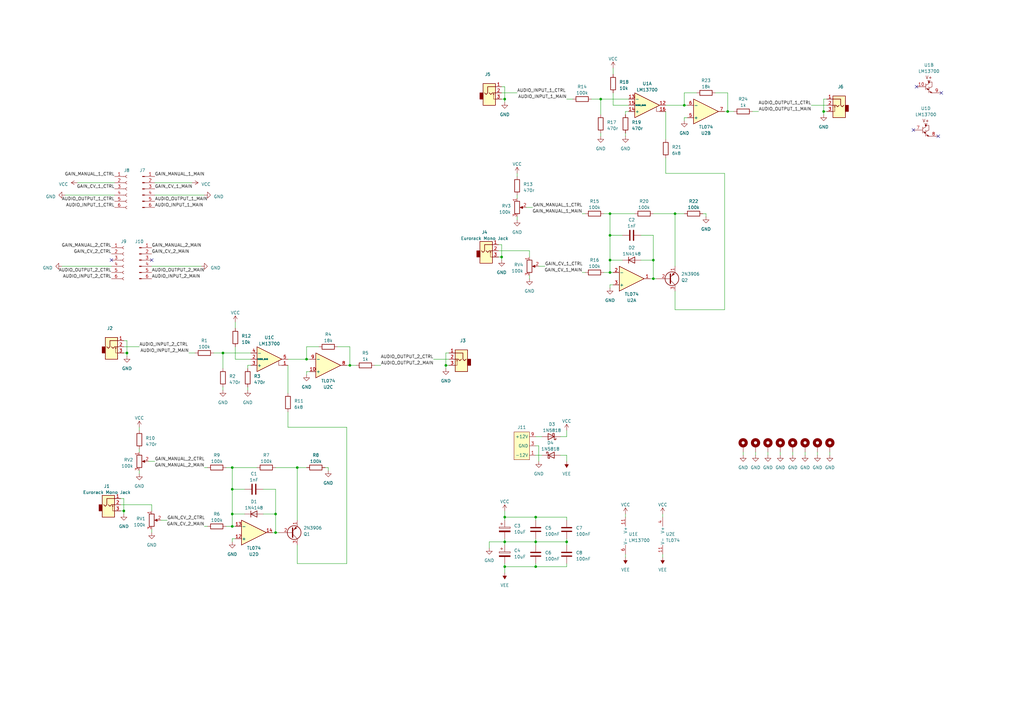
<source format=kicad_sch>
(kicad_sch (version 20230121) (generator eeschema)
  (paper "A3")
  (title_block (comment 2 "creativecommons.org/licenses/by/4.0/") (comment 3 "License: CC BY 4.0") (comment 4 "Author: Guy John"))
  (junction (at 250.19 111.76))
  (junction (at 207.01 40.64))
  (junction (at 95.25 215.9))
  (junction (at 95.25 200.66))
  (junction (at 52.07 144.78))
  (junction (at 337.82 45.72))
  (junction (at 125.73 147.32))
  (junction (at 267.97 114.3))
  (junction (at 143.51 149.86))
  (junction (at 232.41 222.25))
  (junction (at 298.45 45.72))
  (junction (at 113.03 218.44))
  (junction (at 121.92 191.77))
  (junction (at 219.71 222.25))
  (junction (at 205.74 105.41))
  (junction (at 267.97 106.68))
  (junction (at 50.8 209.55))
  (junction (at 250.19 87.63))
  (junction (at 207.01 232.41))
  (junction (at 250.19 106.68))
  (junction (at 246.38 40.64))
  (junction (at 95.25 210.82))
  (junction (at 276.86 87.63))
  (junction (at 250.19 96.52))
  (junction (at 182.88 149.86))
  (junction (at 219.71 212.09))
  (junction (at 207.01 212.09))
  (junction (at 113.03 210.82))
  (junction (at 280.67 43.18))
  (junction (at 95.25 191.77))
  (junction (at 219.71 232.41))
  (junction (at 91.44 144.78))
  (junction (at 207.01 222.25))
  (no_connect (at 375.92 35.56))
  (no_connect (at 386.08 38.1))
  (no_connect (at 62.23 106.68))
  (no_connect (at 384.81 55.88))
  (no_connect (at 374.65 53.34))
  (no_connect (at 45.72 106.68))
  (wire (pts (xy 96.52 132.08) (xy 96.52 134.62)))
  (wire (pts (xy 219.71 212.09) (xy 219.71 213.36)))
  (wire (pts (xy 177.8 147.32) (xy 184.15 147.32)))
  (wire (pts (xy 266.7 114.3) (xy 267.97 114.3)))
  (wire (pts (xy 309.88 186.69) (xy 309.88 185.42)))
  (wire (pts (xy 204.47 105.41) (xy 205.74 105.41)))
  (wire (pts (xy 125.73 147.32) (xy 127 147.32)))
  (wire (pts (xy 335.28 186.69) (xy 335.28 185.42)))
  (wire (pts (xy 247.65 87.63) (xy 250.19 87.63)))
  (wire (pts (xy 113.03 191.77) (xy 121.92 191.77)))
  (wire (pts (xy 267.97 114.3) (xy 267.97 106.68)))
  (wire (pts (xy 232.41 213.36) (xy 232.41 212.09)))
  (wire (pts (xy 50.8 144.78) (xy 52.07 144.78)))
  (wire (pts (xy 134.62 191.77) (xy 134.62 193.04)))
  (wire (pts (xy 121.92 191.77) (xy 125.73 191.77)))
  (wire (pts (xy 95.25 215.9) (xy 96.52 215.9)))
  (wire (pts (xy 207.01 222.25) (xy 219.71 222.25)))
  (wire (pts (xy 182.88 144.78) (xy 182.88 149.86)))
  (wire (pts (xy 297.18 127) (xy 276.86 127)))
  (wire (pts (xy 184.15 144.78) (xy 182.88 144.78)))
  (wire (pts (xy 143.51 149.86) (xy 143.51 142.24)))
  (wire (pts (xy 232.41 231.14) (xy 232.41 232.41)))
  (wire (pts (xy 127 152.4) (xy 125.73 152.4)))
  (wire (pts (xy 96.52 142.24) (xy 96.52 147.32)))
  (wire (pts (xy 100.33 200.66) (xy 95.25 200.66)))
  (wire (pts (xy 250.19 111.76) (xy 251.46 111.76)))
  (wire (pts (xy 83.82 215.9) (xy 85.09 215.9)))
  (wire (pts (xy 219.71 179.07) (xy 222.25 179.07)))
  (wire (pts (xy 207.01 212.09) (xy 207.01 213.36)))
  (wire (pts (xy 256.54 55.88) (xy 256.54 54.61)))
  (wire (pts (xy 204.47 102.87) (xy 217.17 102.87)))
  (wire (pts (xy 246.38 40.64) (xy 246.38 46.99)))
  (wire (pts (xy 113.03 200.66) (xy 113.03 210.82)))
  (wire (pts (xy 332.74 43.18) (xy 339.09 43.18)))
  (wire (pts (xy 118.11 175.26) (xy 142.24 175.26)))
  (wire (pts (xy 232.41 232.41) (xy 219.71 232.41)))
  (wire (pts (xy 238.76 111.76) (xy 240.03 111.76)))
  (wire (pts (xy 107.95 200.66) (xy 113.03 200.66)))
  (wire (pts (xy 78.74 74.93) (xy 63.5 74.93)))
  (wire (pts (xy 262.89 96.52) (xy 267.97 96.52)))
  (wire (pts (xy 60.96 189.23) (xy 63.5 189.23)))
  (wire (pts (xy 219.71 222.25) (xy 219.71 223.52)))
  (wire (pts (xy 118.11 147.32) (xy 125.73 147.32)))
  (wire (pts (xy 337.82 40.64) (xy 337.82 45.72)))
  (wire (pts (xy 297.18 45.72) (xy 298.45 45.72)))
  (wire (pts (xy 267.97 87.63) (xy 276.86 87.63)))
  (wire (pts (xy 273.05 71.12) (xy 297.18 71.12)))
  (wire (pts (xy 205.74 40.64) (xy 207.01 40.64)))
  (wire (pts (xy 143.51 142.24) (xy 138.43 142.24)))
  (wire (pts (xy 273.05 64.77) (xy 273.05 71.12)))
  (wire (pts (xy 260.35 87.63) (xy 250.19 87.63)))
  (wire (pts (xy 57.15 184.15) (xy 57.15 185.42)))
  (wire (pts (xy 95.25 191.77) (xy 95.25 200.66)))
  (wire (pts (xy 50.8 139.7) (xy 52.07 139.7)))
  (wire (pts (xy 207.01 222.25) (xy 207.01 223.52)))
  (wire (pts (xy 267.97 96.52) (xy 267.97 106.68)))
  (wire (pts (xy 256.54 45.72) (xy 256.54 46.99)))
  (wire (pts (xy 143.51 149.86) (xy 146.05 149.86)))
  (wire (pts (xy 111.76 218.44) (xy 113.03 218.44)))
  (wire (pts (xy 250.19 116.84) (xy 250.19 118.11)))
  (wire (pts (xy 219.71 232.41) (xy 207.01 232.41)))
  (wire (pts (xy 219.71 182.88) (xy 220.98 182.88)))
  (wire (pts (xy 232.41 40.64) (xy 234.95 40.64)))
  (wire (pts (xy 156.21 149.86) (xy 153.67 149.86)))
  (wire (pts (xy 142.24 231.14) (xy 121.92 231.14)))
  (wire (pts (xy 219.71 231.14) (xy 219.71 232.41)))
  (wire (pts (xy 238.76 87.63) (xy 240.03 87.63)))
  (wire (pts (xy 184.15 149.86) (xy 182.88 149.86)))
  (wire (pts (xy 289.56 87.63) (xy 289.56 88.9)))
  (wire (pts (xy 276.86 127) (xy 276.86 119.38)))
  (wire (pts (xy 102.87 149.86) (xy 101.6 149.86)))
  (wire (pts (xy 219.71 222.25) (xy 232.41 222.25)))
  (wire (pts (xy 207.01 40.64) (xy 207.01 41.91)))
  (wire (pts (xy 242.57 40.64) (xy 246.38 40.64)))
  (wire (pts (xy 125.73 152.4) (xy 125.73 153.67)))
  (wire (pts (xy 207.01 222.25) (xy 200.66 222.25)))
  (wire (pts (xy 339.09 45.72) (xy 337.82 45.72)))
  (wire (pts (xy 62.23 207.01) (xy 62.23 209.55)))
  (wire (pts (xy 91.44 160.02) (xy 91.44 158.75)))
  (wire (pts (xy 273.05 45.72) (xy 273.05 57.15)))
  (wire (pts (xy 314.96 186.69) (xy 314.96 185.42)))
  (wire (pts (xy 232.41 186.69) (xy 229.87 186.69)))
  (wire (pts (xy 298.45 45.72) (xy 298.45 38.1)))
  (wire (pts (xy 52.07 144.78) (xy 52.07 146.05)))
  (wire (pts (xy 212.09 90.17) (xy 212.09 88.9)))
  (wire (pts (xy 92.71 215.9) (xy 95.25 215.9)))
  (wire (pts (xy 250.19 96.52) (xy 250.19 106.68)))
  (wire (pts (xy 95.25 210.82) (xy 95.25 215.9)))
  (wire (pts (xy 62.23 218.44) (xy 62.23 217.17)))
  (wire (pts (xy 118.11 168.91) (xy 118.11 175.26)))
  (wire (pts (xy 204.47 100.33) (xy 205.74 100.33)))
  (wire (pts (xy 57.15 194.31) (xy 57.15 193.04)))
  (wire (pts (xy 101.6 149.86) (xy 101.6 151.13)))
  (wire (pts (xy 217.17 114.3) (xy 217.17 113.03)))
  (wire (pts (xy 26.67 80.01) (xy 46.99 80.01)))
  (wire (pts (xy 340.36 186.69) (xy 340.36 185.42)))
  (wire (pts (xy 250.19 87.63) (xy 250.19 96.52)))
  (wire (pts (xy 255.27 96.52) (xy 250.19 96.52)))
  (wire (pts (xy 297.18 71.12) (xy 297.18 127)))
  (wire (pts (xy 251.46 43.18) (xy 257.81 43.18)))
  (wire (pts (xy 130.81 142.24) (xy 125.73 142.24)))
  (wire (pts (xy 77.47 144.78) (xy 80.01 144.78)))
  (wire (pts (xy 113.03 218.44) (xy 114.3 218.44)))
  (wire (pts (xy 250.19 116.84) (xy 251.46 116.84)))
  (wire (pts (xy 49.53 204.47) (xy 50.8 204.47)))
  (wire (pts (xy 280.67 48.26) (xy 280.67 49.53)))
  (wire (pts (xy 31.75 74.93) (xy 46.99 74.93)))
  (wire (pts (xy 330.2 186.69) (xy 330.2 185.42)))
  (wire (pts (xy 142.24 175.26) (xy 142.24 231.14)))
  (wire (pts (xy 271.78 228.6) (xy 271.78 227.33)))
  (wire (pts (xy 142.24 149.86) (xy 143.51 149.86)))
  (wire (pts (xy 232.41 189.23) (xy 232.41 186.69)))
  (wire (pts (xy 205.74 105.41) (xy 205.74 106.68)))
  (wire (pts (xy 105.41 191.77) (xy 95.25 191.77)))
  (wire (pts (xy 276.86 87.63) (xy 280.67 87.63)))
  (wire (pts (xy 271.78 210.82) (xy 271.78 212.09)))
  (wire (pts (xy 205.74 100.33) (xy 205.74 105.41)))
  (wire (pts (xy 57.15 175.26) (xy 57.15 176.53)))
  (wire (pts (xy 207.01 232.41) (xy 207.01 231.14)))
  (wire (pts (xy 95.25 200.66) (xy 95.25 210.82)))
  (wire (pts (xy 285.75 38.1) (xy 280.67 38.1)))
  (wire (pts (xy 298.45 45.72) (xy 300.99 45.72)))
  (wire (pts (xy 232.41 176.53) (xy 232.41 179.07)))
  (wire (pts (xy 255.27 106.68) (xy 250.19 106.68)))
  (wire (pts (xy 113.03 218.44) (xy 113.03 210.82)))
  (wire (pts (xy 320.04 186.69) (xy 320.04 185.42)))
  (wire (pts (xy 49.53 207.01) (xy 62.23 207.01)))
  (wire (pts (xy 125.73 142.24) (xy 125.73 147.32)))
  (wire (pts (xy 95.25 220.98) (xy 96.52 220.98)))
  (wire (pts (xy 280.67 43.18) (xy 281.94 43.18)))
  (wire (pts (xy 220.98 109.22) (xy 223.52 109.22)))
  (wire (pts (xy 298.45 38.1) (xy 293.37 38.1)))
  (wire (pts (xy 49.53 209.55) (xy 50.8 209.55)))
  (wire (pts (xy 232.41 220.98) (xy 232.41 222.25)))
  (wire (pts (xy 118.11 149.86) (xy 118.11 161.29)))
  (wire (pts (xy 232.41 179.07) (xy 229.87 179.07)))
  (wire (pts (xy 83.82 80.01) (xy 63.5 80.01)))
  (wire (pts (xy 182.88 149.86) (xy 182.88 151.13)))
  (wire (pts (xy 133.35 191.77) (xy 134.62 191.77)))
  (wire (pts (xy 87.63 144.78) (xy 91.44 144.78)))
  (wire (pts (xy 281.94 48.26) (xy 280.67 48.26)))
  (wire (pts (xy 267.97 114.3) (xy 269.24 114.3)))
  (wire (pts (xy 219.71 186.69) (xy 222.25 186.69)))
  (wire (pts (xy 101.6 160.02) (xy 101.6 158.75)))
  (wire (pts (xy 113.03 210.82) (xy 107.95 210.82)))
  (wire (pts (xy 251.46 38.1) (xy 251.46 43.18)))
  (wire (pts (xy 246.38 55.88) (xy 246.38 54.61)))
  (wire (pts (xy 288.29 87.63) (xy 289.56 87.63)))
  (wire (pts (xy 232.41 222.25) (xy 232.41 223.52)))
  (wire (pts (xy 256.54 228.6) (xy 256.54 227.33)))
  (wire (pts (xy 207.01 209.55) (xy 207.01 212.09)))
  (wire (pts (xy 337.82 45.72) (xy 337.82 46.99)))
  (wire (pts (xy 219.71 212.09) (xy 207.01 212.09)))
  (wire (pts (xy 91.44 144.78) (xy 91.44 151.13)))
  (wire (pts (xy 100.33 210.82) (xy 95.25 210.82)))
  (wire (pts (xy 215.9 85.09) (xy 218.44 85.09)))
  (wire (pts (xy 246.38 40.64) (xy 257.81 40.64)))
  (wire (pts (xy 91.44 144.78) (xy 102.87 144.78)))
  (wire (pts (xy 207.01 35.56) (xy 207.01 40.64)))
  (wire (pts (xy 212.09 71.12) (xy 212.09 72.39)))
  (wire (pts (xy 325.12 186.69) (xy 325.12 185.42)))
  (wire (pts (xy 217.17 102.87) (xy 217.17 105.41)))
  (wire (pts (xy 121.92 191.77) (xy 121.92 213.36)))
  (wire (pts (xy 207.01 220.98) (xy 207.01 222.25)))
  (wire (pts (xy 232.41 212.09) (xy 219.71 212.09)))
  (wire (pts (xy 50.8 142.24) (xy 57.15 142.24)))
  (wire (pts (xy 92.71 191.77) (xy 95.25 191.77)))
  (wire (pts (xy 96.52 147.32) (xy 102.87 147.32)))
  (wire (pts (xy 66.04 213.36) (xy 68.58 213.36)))
  (wire (pts (xy 280.67 38.1) (xy 280.67 43.18)))
  (wire (pts (xy 256.54 210.82) (xy 256.54 212.09)))
  (wire (pts (xy 219.71 220.98) (xy 219.71 222.25)))
  (wire (pts (xy 304.8 186.69) (xy 304.8 185.42)))
  (wire (pts (xy 339.09 40.64) (xy 337.82 40.64)))
  (wire (pts (xy 52.07 139.7) (xy 52.07 144.78)))
  (wire (pts (xy 205.74 38.1) (xy 212.09 38.1)))
  (wire (pts (xy 50.8 204.47) (xy 50.8 209.55)))
  (wire (pts (xy 267.97 106.68) (xy 262.89 106.68)))
  (wire (pts (xy 205.74 35.56) (xy 207.01 35.56)))
  (wire (pts (xy 25.4 109.22) (xy 45.72 109.22)))
  (wire (pts (xy 311.15 45.72) (xy 308.61 45.72)))
  (wire (pts (xy 200.66 222.25) (xy 200.66 224.79)))
  (wire (pts (xy 250.19 106.68) (xy 250.19 111.76)))
  (wire (pts (xy 207.01 234.95) (xy 207.01 232.41)))
  (wire (pts (xy 257.81 45.72) (xy 256.54 45.72)))
  (wire (pts (xy 95.25 220.98) (xy 95.25 222.25)))
  (wire (pts (xy 82.55 109.22) (xy 62.23 109.22)))
  (wire (pts (xy 121.92 231.14) (xy 121.92 223.52)))
  (wire (pts (xy 251.46 27.94) (xy 251.46 30.48)))
  (wire (pts (xy 247.65 111.76) (xy 250.19 111.76)))
  (wire (pts (xy 220.98 182.88) (xy 220.98 189.23)))
  (wire (pts (xy 50.8 209.55) (xy 50.8 210.82)))
  (wire (pts (xy 212.09 80.01) (xy 212.09 81.28)))
  (wire (pts (xy 276.86 87.63) (xy 276.86 109.22)))
  (wire (pts (xy 273.05 43.18) (xy 280.67 43.18)))
  (wire (pts (xy 83.82 191.77) (xy 85.09 191.77)))
  (label "AUDIO_INPUT_2_CTRL" (at 45.72 114.3 180))
  (label "AUDIO_INPUT_2_MAIN" (at 62.23 114.3 0))
  (label "GAIN_MANUAL_2_MAIN" (at 83.82 191.77 180))
  (label "GAIN_MANUAL_1_MAIN" (at 63.5 72.39 0))
  (label "AUDIO_INPUT_1_CTRL" (at 212.09 38.1 0))
  (label "GAIN_CV_1_CTRL" (at 223.52 109.22 0))
  (label "GAIN_CV_2_CTRL" (at 45.72 104.14 180))
  (label "GAIN_CV_1_MAIN" (at 63.5 77.47 0))
  (label "AUDIO_INPUT_1_MAIN" (at 232.41 40.64 180))
  (label "GAIN_MANUAL_1_CTRL" (at 46.99 72.39 180))
  (label "AUDIO_OUTPUT_1_CTRL" (at 46.99 82.55 180))
  (label "GAIN_MANUAL_2_CTRL" (at 63.5 189.23 0))
  (label "GAIN_CV_2_CTRL" (at 68.58 213.36 0))
  (label "GAIN_MANUAL_2_CTRL" (at 45.72 101.6 180))
  (label "AUDIO_INPUT_2_MAIN" (at 77.47 144.78 180))
  (label "GAIN_CV_2_MAIN" (at 83.82 215.9 180))
  (label "AUDIO_OUTPUT_2_CTRL" (at 45.72 111.76 180))
  (label "GAIN_MANUAL_1_MAIN" (at 238.76 87.63 180))
  (label "GAIN_CV_1_CTRL" (at 46.99 77.47 180))
  (label "AUDIO_OUTPUT_1_MAIN" (at 63.5 82.55 0))
  (label "AUDIO_INPUT_2_CTRL" (at 57.15 142.24 0))
  (label "GAIN_CV_2_MAIN" (at 62.23 104.14 0))
  (label "AUDIO_OUTPUT_2_CTRL" (at 177.8 147.32 180))
  (label "AUDIO_OUTPUT_2_MAIN" (at 62.23 111.76 0))
  (label "AUDIO_OUTPUT_1_CTRL" (at 332.74 43.18 180))
  (label "AUDIO_INPUT_1_CTRL" (at 46.99 85.09 180))
  (label "AUDIO_OUTPUT_1_MAIN" (at 311.15 45.72 0))
  (label "AUDIO_INPUT_1_MAIN" (at 63.5 85.09 0))
  (label "GAIN_MANUAL_1_CTRL" (at 218.44 85.09 0))
  (label "GAIN_MANUAL_2_MAIN" (at 62.23 101.6 0))
  (label "GAIN_CV_1_MAIN" (at 238.76 111.76 180))
  (label "AUDIO_OUTPUT_2_MAIN" (at 156.21 149.86 0))
  (symbol (lib_id "Rumblesan Standard Parts:R") (at 256.54 50.8 180) (unit 1)
    (property "Reference" "R19" (at 259.08 50.165 0) (effects (justify right)))
    (property "Value" "470r" (at 259.08 52.705 0) (effects (justify right)))
    (property "Footprint" "Rumblesan_Standard_Parts:R_Axial_DIN0207_L6.3mm_D2.5mm_P10.16mm_Horizontal" (effects hide))
    (property "Tolerance" "1%" (effects hide))
    (property "Power" "0.5W" (effects hide))
    (property "Spec" "metal film" (effects hide))
  )
  (symbol (lib_id "power:VCC") (at 78.74 74.93 270) (unit 1)
    (property "Reference" "#PWR041" (effects hide))
    (property "Value" "VCC" (at 82.55 75.565 90) (effects (justify left)))
  )
  (symbol (lib_id "power:GND") (at 212.09 90.17 0) (unit 1)
    (property "Reference" "#PWR016" (effects hide))
    (property "Value" "GND" (at 212.09 95.25 0))
  )
  (symbol (lib_id "power:GND") (at 82.55 109.22 90) (unit 1)
    (property "Reference" "#PWR046" (effects hide))
    (property "Value" "GND" (at 86.36 109.855 90) (effects (justify right)))
  )
  (symbol (lib_id "power:VEE") (at 232.41 189.23 180) (unit 1)
    (property "Reference" "#PWR049" (effects hide))
    (property "Value" "VEE" (at 232.41 194.31 0))
  )
  (symbol (lib_id "power:GND") (at 320.04 186.69 0) (unit 1)
    (property "Reference" "#PWR035" (effects hide))
    (property "Value" "GND" (at 320.04 191.77 0))
  )
  (symbol (lib_id "Rumblesan Standard Parts:R") (at 243.84 87.63 90) (unit 1)
    (property "Reference" "R15" (at 243.84 82.55 90))
    (property "Value" "100k" (at 243.84 85.09 90))
    (property "Footprint" "Rumblesan_Standard_Parts:R_Axial_DIN0207_L6.3mm_D2.5mm_P10.16mm_Horizontal" (effects hide))
    (property "Tolerance" "1%" (effects hide))
    (property "Power" "0.5W" (effects hide))
    (property "Spec" "metal film" (effects hide))
  )
  (symbol (lib_id "power:GND") (at 52.07 146.05 0) (unit 1)
    (property "Reference" "#PWR010" (effects hide))
    (property "Value" "GND" (at 52.07 151.13 0))
  )
  (symbol (lib_id "power:GND") (at 217.17 114.3 0) (unit 1)
    (property "Reference" "#PWR017" (effects hide))
    (property "Value" "GND" (at 217.17 119.38 0))
  )
  (symbol (lib_id "Audio_Connectors:Eurorack_Mono_Jack") (at 199.39 104.14 180) (unit 1)
    (property "Reference" "J4" (at 198.755 95.25 0))
    (property "Value" "Eurorack Mono Jack" (at 198.755 97.79 0))
    (property "Footprint" "Rumblesan_Standard_Parts:Jack_3.5mm_QingPu_WQP-PJ398SM_Vertical" (effects hide))
    (property "Datasheet" "http://www.qingpu-electronics.com/en/products/WQP-PJ398SM-362.html" (effects hide))
    (property "mpn" "WQP-WQP518MA" (effects hide))
  )
  (symbol (lib_id "Eurorack_Power:Eurorack Power Small") (at 213.36 182.88 0) (unit 1)
    (property "Reference" "J11" (at 213.995 175.26 0))
    (property "Value" "Eurorack Power Small" (effects hide))
    (property "Footprint" "Eurorack_Power:Eurorack_PowerHeader_2x05_P2.54mm_Shrouded" (effects hide))
  )
  (symbol (lib_id "Amplifier_Operational:TL074") (at 104.14 218.44 0) (mirror x) (unit 4)
    (property "Reference" "U2" (at 104.14 227.33 0))
    (property "Value" "TL074" (at 104.14 224.79 0))
    (property "Footprint" "Rumblesan_Standard_Parts:DIP-14_W7.62mm_Socket" (effects hide))
    (property "Datasheet" "http://www.ti.com/lit/ds/symlink/tl071.pdf" (effects hide))
  )
  (symbol (lib_id "Amplifier_Operational:LM13700") (at 110.49 147.32 0) (unit 3)
    (property "Reference" "U1" (at 110.49 138.43 0))
    (property "Value" "LM13700" (at 110.49 140.97 0))
    (property "Footprint" "Rumblesan_Standard_Parts:DIP-16_W7.62mm_Socket" (effects hide))
    (property "Datasheet" "http://www.ti.com/lit/ds/symlink/lm13700.pdf" (effects hide))
  )
  (symbol (lib_id "power:GND") (at 205.74 106.68 0) (unit 1)
    (property "Reference" "#PWR013" (effects hide))
    (property "Value" "GND" (at 205.74 111.76 0))
  )
  (symbol (lib_id "Rumblesan Standard Parts:R") (at 134.62 142.24 90) (unit 1)
    (property "Reference" "R4" (at 134.62 137.16 90))
    (property "Value" "18k" (at 134.62 139.7 90))
    (property "Footprint" "Rumblesan_Standard_Parts:R_Axial_DIN0207_L6.3mm_D2.5mm_P10.16mm_Horizontal" (effects hide))
    (property "Tolerance" "1%" (effects hide))
    (property "Power" "0.5W" (effects hide))
    (property "Spec" "metal film" (effects hide))
  )
  (symbol (lib_id "Rumblesan Standard Parts:C") (at 232.41 217.17 0) (unit 1)
    (property "Reference" "C7" (at 236.22 216.535 0) (effects (justify left)))
    (property "Value" "100nF" (at 236.22 219.075 0) (effects (justify left)))
    (property "Footprint" "Rumblesan_Standard_Parts:C_Rect_L7.0mm_W2.5mm_P5.00mm" (effects hide))
    (property "Spec" "ceramic X7R" (effects hide))
    (property "Tolerance" "5%" (effects hide))
  )
  (symbol (lib_id "power:GND") (at 337.82 46.99 0) (mirror y) (unit 1)
    (property "Reference" "#PWR024" (effects hide))
    (property "Value" "GND" (at 337.82 52.07 0))
  )
  (symbol (lib_id "Diode:1N4148") (at 259.08 106.68 0) (unit 1)
    (property "Reference" "D2" (at 259.08 101.6 0))
    (property "Value" "1N4148" (at 259.08 104.14 0))
    (property "Footprint" "Diode_THT:D_DO-35_SOD27_P7.62mm_Horizontal" (effects hide))
    (property "Datasheet" "https://assets.nexperia.com/documents/data-sheet/1N4148_1N4448.pdf" (effects hide))
    (property "Sim.Device" "D" (effects hide))
    (property "Sim.Pins" "1=K 2=A" (effects hide))
  )
  (symbol (lib_id "Amplifier_Operational:LM13700") (at 382.27 53.34 0) (unit 4)
    (property "Reference" "U1" (at 379.73 44.45 0))
    (property "Value" "LM13700" (at 379.73 46.99 0))
    (property "Footprint" "Rumblesan_Standard_Parts:DIP-16_W7.62mm_Socket" (effects hide))
    (property "Datasheet" "http://www.ti.com/lit/ds/symlink/lm13700.pdf" (effects hide))
  )
  (symbol (lib_id "power:GND") (at 256.54 55.88 0) (unit 1)
    (property "Reference" "#PWR021" (effects hide))
    (property "Value" "GND" (at 256.54 60.96 0))
  )
  (symbol (lib_id "Rumblesan Standard Parts:C") (at 219.71 217.17 0) (unit 1)
    (property "Reference" "C5" (at 223.52 216.535 0) (effects (justify left)))
    (property "Value" "100nF" (at 223.52 219.075 0) (effects (justify left)))
    (property "Footprint" "Rumblesan_Standard_Parts:C_Rect_L7.0mm_W2.5mm_P5.00mm" (effects hide))
    (property "Spec" "ceramic X7R" (effects hide))
    (property "Tolerance" "5%" (effects hide))
  )
  (symbol (lib_id "Transistor_BJT:2N3906") (at 119.38 218.44 0) (mirror x) (unit 1)
    (property "Reference" "Q1" (at 124.46 219.075 0) (effects (justify left)))
    (property "Value" "2N3906" (at 124.46 216.535 0) (effects (justify left)))
    (property "Footprint" "Package_TO_SOT_THT:TO-92_Inline_Wide" (effects hide))
    (property "Datasheet" "https://www.onsemi.com/pub/Collateral/2N3906-D.PDF" (effects hide))
  )
  (symbol (lib_id "power:GND") (at 83.82 80.01 90) (unit 1)
    (property "Reference" "#PWR043" (effects hide))
    (property "Value" "GND" (at 87.63 80.645 90) (effects (justify right)))
  )
  (symbol (lib_id "power:VEE") (at 207.01 234.95 180) (unit 1)
    (property "Reference" "#PWR032" (effects hide))
    (property "Value" "VEE" (at 207.01 240.03 0))
  )
  (symbol (lib_id "Rumblesan Standard Parts:R") (at 96.52 138.43 180) (unit 1)
    (property "Reference" "R12" (at 99.06 137.795 0) (effects (justify right)))
    (property "Value" "10k" (at 99.06 140.335 0) (effects (justify right)))
    (property "Footprint" "Rumblesan_Standard_Parts:R_Axial_DIN0207_L6.3mm_D2.5mm_P10.16mm_Horizontal" (effects hide))
    (property "Tolerance" "1%" (effects hide))
    (property "Power" "0.5W" (effects hide))
    (property "Spec" "metal film" (effects hide))
  )
  (symbol (lib_id "power:VCC") (at 57.15 175.26 0) (unit 1)
    (property "Reference" "#PWR08" (effects hide))
    (property "Value" "VCC" (at 57.15 171.45 0))
  )
  (symbol (lib_id "Device:R_Potentiometer") (at 62.23 213.36 0) (unit 1)
    (property "Reference" "RV1" (at 59.69 212.725 0) (effects (justify right)))
    (property "Value" "100k" (at 59.69 215.265 0) (effects (justify right)))
    (property "Footprint" "Rumblesan_Standard_Parts:Potentiometer_Alpha_RD901F-40-00D_Single_Vertical" (effects hide))
  )
  (symbol (lib_id "Rumblesan Standard Parts:R") (at 212.09 76.2 180) (unit 1)
    (property "Reference" "R13" (at 214.63 75.565 0) (effects (justify right)))
    (property "Value" "470r" (at 214.63 78.105 0) (effects (justify right)))
    (property "Footprint" "Rumblesan_Standard_Parts:R_Axial_DIN0207_L6.3mm_D2.5mm_P10.16mm_Horizontal" (effects hide))
    (property "Tolerance" "1%" (effects hide))
    (property "Power" "0.5W" (effects hide))
    (property "Spec" "metal film" (effects hide))
  )
  (symbol (lib_id "power:GND") (at 91.44 160.02 0) (unit 1)
    (property "Reference" "#PWR01" (effects hide))
    (property "Value" "GND" (at 91.44 165.1 0))
  )
  (symbol (lib_id "Rumblesan Standard Parts:C_Polarized") (at 207.01 227.33 0) (unit 1)
    (property "Reference" "C4" (at 210.82 225.806 0) (effects (justify left)))
    (property "Value" "10uF" (at 210.82 228.346 0) (effects (justify left)))
    (property "Footprint" "Rumblesan_Standard_Parts:CP_Radial_D5.0mm_P2.00mm" (effects hide))
    (property "Spec" "electrolytic" (effects hide))
    (property "Tolerance" "20%" (effects hide))
    (property "Voltage" "50v" (effects hide))
  )
  (symbol (lib_id "power:VCC") (at 256.54 210.82 0) (unit 1)
    (property "Reference" "#PWR025" (effects hide))
    (property "Value" "VCC" (at 256.54 207.01 0))
  )
  (symbol (lib_id "power:GND") (at 207.01 41.91 0) (unit 1)
    (property "Reference" "#PWR014" (effects hide))
    (property "Value" "GND" (at 207.01 46.99 0))
  )
  (symbol (lib_id "power:GND") (at 280.67 49.53 0) (unit 1)
    (property "Reference" "#PWR022" (effects hide))
    (property "Value" "GND" (at 280.67 54.61 0))
  )
  (symbol (lib_id "power:VEE") (at 256.54 228.6 180) (unit 1)
    (property "Reference" "#PWR027" (effects hide))
    (property "Value" "VEE" (at 256.54 233.68 0))
  )
  (symbol (lib_id "Audio_Connectors:Eurorack_Mono_Jack") (at 189.23 148.59 0) (mirror x) (unit 1)
    (property "Reference" "J3" (at 189.865 139.7 0))
    (property "Value" "Eurorack Mono Jack" (effects hide))
    (property "Footprint" "Rumblesan_Standard_Parts:Jack_3.5mm_QingPu_WQP-PJ398SM_Vertical" (effects hide))
    (property "Datasheet" "http://www.qingpu-electronics.com/en/products/WQP-PJ398SM-362.html" (effects hide))
    (property "mpn" "WQP-WQP518MA" (effects hide))
  )
  (symbol (lib_id "Audio_Connectors:Eurorack_Mono_Jack") (at 344.17 44.45 0) (mirror x) (unit 1)
    (property "Reference" "J6" (at 344.805 35.56 0))
    (property "Value" "Eurorack Mono Jack" (effects hide))
    (property "Footprint" "Rumblesan_Standard_Parts:Jack_3.5mm_QingPu_WQP-PJ398SM_Vertical" (effects hide))
    (property "Datasheet" "http://www.qingpu-electronics.com/en/products/WQP-PJ398SM-362.html" (effects hide))
    (property "mpn" "WQP-WQP518MA" (effects hide))
  )
  (symbol (lib_id "power:GND") (at 330.2 186.69 0) (unit 1)
    (property "Reference" "#PWR037" (effects hide))
    (property "Value" "GND" (at 330.2 191.77 0))
  )
  (symbol (lib_id "Rumblesan Standard Parts:R") (at 246.38 50.8 180) (unit 1)
    (property "Reference" "R17" (at 248.92 50.165 0) (effects (justify right)))
    (property "Value" "470r" (at 248.92 52.705 0) (effects (justify right)))
    (property "Footprint" "Rumblesan_Standard_Parts:R_Axial_DIN0207_L6.3mm_D2.5mm_P10.16mm_Horizontal" (effects hide))
    (property "Tolerance" "1%" (effects hide))
    (property "Power" "0.5W" (effects hide))
    (property "Spec" "metal film" (effects hide))
  )
  (symbol (lib_id "Mechanical:MountingHole_Pad") (at 330.2 182.88 0) (unit 1)
    (property "Reference" "H6" (effects hide))
    (property "Value" "MountingHole_Pad" (effects hide))
    (property "Footprint" "MountingHole:MountingHole_3.2mm_M3_DIN965_Pad" (effects hide))
  )
  (symbol (lib_id "power:GND") (at 57.15 194.31 0) (unit 1)
    (property "Reference" "#PWR09" (effects hide))
    (property "Value" "GND" (at 57.15 199.39 0))
  )
  (symbol (lib_id "power:GND") (at 250.19 118.11 0) (unit 1)
    (property "Reference" "#PWR019" (effects hide))
    (property "Value" "GND" (at 250.19 123.19 0))
  )
  (symbol (lib_id "power:VEE") (at 271.78 228.6 180) (unit 1)
    (property "Reference" "#PWR028" (effects hide))
    (property "Value" "VEE" (at 271.78 233.68 0))
  )
  (symbol (lib_id "Amplifier_Operational:TL074") (at 259.08 114.3 0) (mirror x) (unit 1)
    (property "Reference" "U2" (at 259.08 123.19 0))
    (property "Value" "TL074" (at 259.08 120.65 0))
    (property "Footprint" "Rumblesan_Standard_Parts:DIP-14_W7.62mm_Socket" (effects hide))
    (property "Datasheet" "http://www.ti.com/lit/ds/symlink/tl071.pdf" (effects hide))
  )
  (symbol (lib_id "Mechanical:MountingHole_Pad") (at 340.36 182.88 0) (unit 1)
    (property "Reference" "H8" (effects hide))
    (property "Value" "MountingHole_Pad" (effects hide))
    (property "Footprint" "MountingHole:MountingHole_3.2mm_M3_DIN965_Pad" (effects hide))
  )
  (symbol (lib_id "Mechanical:MountingHole_Pad") (at 304.8 182.88 0) (unit 1)
    (property "Reference" "H1" (effects hide))
    (property "Value" "MountingHole_Pad" (effects hide))
    (property "Footprint" "MountingHole:MountingHole_3.2mm_M3_DIN965_Pad" (effects hide))
  )
  (symbol (lib_id "power:GND") (at 289.56 88.9 0) (unit 1)
    (property "Reference" "#PWR023" (effects hide))
    (property "Value" "GND" (at 289.56 93.98 0))
  )
  (symbol (lib_id "Rumblesan Standard Parts:R") (at 149.86 149.86 90) (unit 1)
    (property "Reference" "R5" (at 149.86 144.78 90))
    (property "Value" "1k" (at 149.86 147.32 90))
    (property "Footprint" "Rumblesan_Standard_Parts:R_Axial_DIN0207_L6.3mm_D2.5mm_P10.16mm_Horizontal" (effects hide))
    (property "Tolerance" "1%" (effects hide))
    (property "Power" "0.5W" (effects hide))
    (property "Spec" "metal film" (effects hide))
  )
  (symbol (lib_id "Connector:Conn_01x06_Pin") (at 58.42 77.47 0) (unit 1)
    (property "Reference" "J7" (at 58.42 69.85 0))
    (property "Value" "Conn_01x06_Pin" (effects hide))
    (property "Footprint" "Connector_PinHeader_2.54mm:PinHeader_1x06_P2.54mm_Vertical" (effects hide))
  )
  (symbol (lib_id "Amplifier_Operational:TL074") (at 289.56 45.72 0) (mirror x) (unit 2)
    (property "Reference" "U2" (at 289.56 54.61 0))
    (property "Value" "TL074" (at 289.56 52.07 0))
    (property "Footprint" "Rumblesan_Standard_Parts:DIP-14_W7.62mm_Socket" (effects hide))
    (property "Datasheet" "http://www.ti.com/lit/ds/symlink/tl071.pdf" (effects hide))
  )
  (symbol (lib_id "power:GND") (at 309.88 186.69 0) (unit 1)
    (property "Reference" "#PWR033" (effects hide))
    (property "Value" "GND" (at 309.88 191.77 0))
  )
  (symbol (lib_id "Rumblesan Standard Parts:R") (at 273.05 60.96 180) (unit 1)
    (property "Reference" "R21" (at 275.59 60.325 0) (effects (justify right)))
    (property "Value" "6k8" (at 275.59 62.865 0) (effects (justify right)))
    (property "Footprint" "Rumblesan_Standard_Parts:R_Axial_DIN0207_L6.3mm_D2.5mm_P10.16mm_Horizontal" (effects hide))
    (property "Tolerance" "1%" (effects hide))
    (property "Power" "0.5W" (effects hide))
    (property "Spec" "metal film" (effects hide))
  )
  (symbol (lib_id "Rumblesan Standard Parts:R") (at 109.22 191.77 90) (unit 1)
    (property "Reference" "R7" (at 109.22 186.69 90))
    (property "Value" "100k" (at 109.22 189.23 90))
    (property "Footprint" "Rumblesan_Standard_Parts:R_Axial_DIN0207_L6.3mm_D2.5mm_P10.16mm_Horizontal" (effects hide))
    (property "Tolerance" "1%" (effects hide))
    (property "Power" "0.5W" (effects hide))
    (property "Spec" "metal film" (effects hide))
  )
  (symbol (lib_id "power:VCC") (at 232.41 176.53 0) (unit 1)
    (property "Reference" "#PWR048" (effects hide))
    (property "Value" "VCC" (at 232.41 172.72 0))
  )
  (symbol (lib_id "Rumblesan Standard Parts:R") (at 243.84 111.76 90) (unit 1)
    (property "Reference" "R16" (at 243.84 106.68 90))
    (property "Value" "100k" (at 243.84 109.22 90))
    (property "Footprint" "Rumblesan_Standard_Parts:R_Axial_DIN0207_L6.3mm_D2.5mm_P10.16mm_Horizontal" (effects hide))
    (property "Tolerance" "1%" (effects hide))
    (property "Power" "0.5W" (effects hide))
    (property "Spec" "metal film" (effects hide))
  )
  (symbol (lib_id "Rumblesan Standard Parts:R") (at 238.76 40.64 90) (unit 1)
    (property "Reference" "R14" (at 238.76 35.56 90))
    (property "Value" "100k" (at 238.76 38.1 90))
    (property "Footprint" "Rumblesan_Standard_Parts:R_Axial_DIN0207_L6.3mm_D2.5mm_P10.16mm_Horizontal" (effects hide))
    (property "Tolerance" "1%" (effects hide))
    (property "Power" "0.5W" (effects hide))
    (property "Spec" "metal film" (effects hide))
  )
  (symbol (lib_id "power:GND") (at 62.23 218.44 0) (unit 1)
    (property "Reference" "#PWR06" (effects hide))
    (property "Value" "GND" (at 62.23 223.52 0))
  )
  (symbol (lib_id "power:GND") (at 304.8 186.69 0) (unit 1)
    (property "Reference" "#PWR031" (effects hide))
    (property "Value" "GND" (at 304.8 191.77 0))
  )
  (symbol (lib_id "Device:R_Potentiometer") (at 57.15 189.23 0) (unit 1)
    (property "Reference" "RV2" (at 54.61 188.595 0) (effects (justify right)))
    (property "Value" "100k" (at 54.61 191.135 0) (effects (justify right)))
    (property "Footprint" "Rumblesan_Standard_Parts:Potentiometer_Alpha_RD901F-40-00D_Single_Vertical" (effects hide))
  )
  (symbol (lib_id "Amplifier_Operational:LM13700") (at 259.08 219.71 0) (unit 5)
    (property "Reference" "U1" (at 257.81 219.075 0) (effects (justify left)))
    (property "Value" "LM13700" (at 257.81 221.615 0) (effects (justify left)))
    (property "Footprint" "Rumblesan_Standard_Parts:DIP-16_W7.62mm_Socket" (effects hide))
    (property "Datasheet" "http://www.ti.com/lit/ds/symlink/lm13700.pdf" (effects hide))
  )
  (symbol (lib_id "Mechanical:MountingHole_Pad") (at 335.28 182.88 0) (unit 1)
    (property "Reference" "H7" (effects hide))
    (property "Value" "MountingHole_Pad" (effects hide))
    (property "Footprint" "MountingHole:MountingHole_3.2mm_M3_DIN965_Pad" (effects hide))
  )
  (symbol (lib_id "Amplifier_Operational:LM13700") (at 383.54 35.56 0) (unit 2)
    (property "Reference" "U1" (at 381 26.67 0))
    (property "Value" "LM13700" (at 381 29.21 0))
    (property "Footprint" "Rumblesan_Standard_Parts:DIP-16_W7.62mm_Socket" (effects hide))
    (property "Datasheet" "http://www.ti.com/lit/ds/symlink/lm13700.pdf" (effects hide))
  )
  (symbol (lib_id "Mechanical:MountingHole_Pad") (at 325.12 182.88 0) (unit 1)
    (property "Reference" "H5" (effects hide))
    (property "Value" "MountingHole_Pad" (effects hide))
    (property "Footprint" "MountingHole:MountingHole_3.2mm_M3_DIN965_Pad" (effects hide))
  )
  (symbol (lib_id "power:GND") (at 246.38 55.88 0) (unit 1)
    (property "Reference" "#PWR018" (effects hide))
    (property "Value" "GND" (at 246.38 60.96 0))
  )
  (symbol (lib_id "Device:D_Schottky") (at 226.06 186.69 0) (unit 1)
    (property "Reference" "D4" (at 225.7425 181.61 0))
    (property "Value" "1N5818" (at 225.7425 184.15 0))
    (property "Footprint" "Diode_THT:D_DO-41_SOD81_P10.16mm_Horizontal" (effects hide))
  )
  (symbol (lib_id "power:VCC") (at 96.52 132.08 0) (unit 1)
    (property "Reference" "#PWR012" (effects hide))
    (property "Value" "VCC" (at 96.52 128.27 0))
  )
  (symbol (lib_id "Mechanical:MountingHole_Pad") (at 314.96 182.88 0) (unit 1)
    (property "Reference" "H3" (effects hide))
    (property "Value" "MountingHole_Pad" (effects hide))
    (property "Footprint" "MountingHole:MountingHole_3.2mm_M3_DIN965_Pad" (effects hide))
  )
  (symbol (lib_id "Connector:Conn_01x06_Socket") (at 50.8 106.68 0) (unit 1)
    (property "Reference" "J9" (at 49.53 99.06 0) (effects (justify left)))
    (property "Value" "Conn_01x06_Socket" (effects hide))
    (property "Footprint" "Connector_PinSocket_2.54mm:PinSocket_1x06_P2.54mm_Vertical" (effects hide))
  )
  (symbol (lib_id "Audio_Connectors:Eurorack_Mono_Jack") (at 44.45 208.28 180) (unit 1)
    (property "Reference" "J1" (at 43.815 199.39 0))
    (property "Value" "Eurorack Mono Jack" (at 43.815 201.93 0))
    (property "Footprint" "Rumblesan_Standard_Parts:Jack_3.5mm_QingPu_WQP-PJ398SM_Vertical" (effects hide))
    (property "Datasheet" "http://www.qingpu-electronics.com/en/products/WQP-PJ398SM-362.html" (effects hide))
    (property "mpn" "WQP-WQP518MA" (effects hide))
  )
  (symbol (lib_id "Rumblesan Standard Parts:R") (at 264.16 87.63 90) (unit 1)
    (property "Reference" "R20" (at 264.16 82.55 90))
    (property "Value" "100k" (at 264.16 85.09 90))
    (property "Footprint" "Rumblesan_Standard_Parts:R_Axial_DIN0207_L6.3mm_D2.5mm_P10.16mm_Horizontal" (effects hide))
    (property "Tolerance" "1%" (effects hide))
    (property "Power" "0.5W" (effects hide))
    (property "Spec" "metal film" (effects hide))
  )
  (symbol (lib_id "power:GND") (at 125.73 153.67 0) (unit 1)
    (property "Reference" "#PWR03" (effects hide))
    (property "Value" "GND" (at 125.73 158.75 0))
  )
  (symbol (lib_id "Rumblesan Standard Parts:R") (at 251.46 34.29 180) (unit 1)
    (property "Reference" "R18" (at 254 33.655 0) (effects (justify right)))
    (property "Value" "10k" (at 254 36.195 0) (effects (justify right)))
    (property "Footprint" "Rumblesan_Standard_Parts:R_Axial_DIN0207_L6.3mm_D2.5mm_P10.16mm_Horizontal" (effects hide))
    (property "Tolerance" "1%" (effects hide))
    (property "Power" "0.5W" (effects hide))
    (property "Spec" "metal film" (effects hide))
  )
  (symbol (lib_id "power:GND") (at 95.25 222.25 0) (unit 1)
    (property "Reference" "#PWR04" (effects hide))
    (property "Value" "GND" (at 95.25 227.33 0))
  )
  (symbol (lib_id "Rumblesan Standard Parts:C") (at 219.71 227.33 0) (unit 1)
    (property "Reference" "C6" (at 223.52 226.695 0) (effects (justify left)))
    (property "Value" "100nF" (at 223.52 229.235 0) (effects (justify left)))
    (property "Footprint" "Rumblesan_Standard_Parts:C_Rect_L7.0mm_W2.5mm_P5.00mm" (effects hide))
    (property "Spec" "ceramic X7R" (effects hide))
    (property "Tolerance" "5%" (effects hide))
  )
  (symbol (lib_id "power:GND") (at 182.88 151.13 0) (mirror y) (unit 1)
    (property "Reference" "#PWR011" (effects hide))
    (property "Value" "GND" (at 182.88 156.21 0))
  )
  (symbol (lib_id "Device:R_Potentiometer") (at 212.09 85.09 0) (unit 1)
    (property "Reference" "RV3" (at 209.55 84.455 0) (effects (justify right)))
    (property "Value" "100k" (at 209.55 86.995 0) (effects (justify right)))
    (property "Footprint" "Rumblesan_Standard_Parts:Potentiometer_Alpha_RD901F-40-00D_Single_Vertical" (effects hide))
  )
  (symbol (lib_id "Rumblesan Standard Parts:R") (at 289.56 38.1 90) (unit 1)
    (property "Reference" "R23" (at 289.56 33.02 90))
    (property "Value" "18k" (at 289.56 35.56 90))
    (property "Footprint" "Rumblesan_Standard_Parts:R_Axial_DIN0207_L6.3mm_D2.5mm_P10.16mm_Horizontal" (effects hide))
    (property "Tolerance" "1%" (effects hide))
    (property "Power" "0.5W" (effects hide))
    (property "Spec" "metal film" (effects hide))
  )
  (symbol (lib_id "Device:R_Potentiometer") (at 217.17 109.22 0) (unit 1)
    (property "Reference" "RV4" (at 214.63 108.585 0) (effects (justify right)))
    (property "Value" "100k" (at 214.63 111.125 0) (effects (justify right)))
    (property "Footprint" "Rumblesan_Standard_Parts:Potentiometer_Alpha_RD901F-40-00D_Single_Vertical" (effects hide))
  )
  (symbol (lib_id "power:GND") (at 340.36 186.69 0) (unit 1)
    (property "Reference" "#PWR039" (effects hide))
    (property "Value" "GND" (at 340.36 191.77 0))
  )
  (symbol (lib_id "Transistor_BJT:2N3906") (at 274.32 114.3 0) (mirror x) (unit 1)
    (property "Reference" "Q2" (at 279.4 114.935 0) (effects (justify left)))
    (property "Value" "2N3906" (at 279.4 112.395 0) (effects (justify left)))
    (property "Footprint" "Package_TO_SOT_THT:TO-92_Inline_Wide" (effects hide))
    (property "Datasheet" "https://www.onsemi.com/pub/Collateral/2N3906-D.PDF" (effects hide))
  )
  (symbol (lib_id "power:GND") (at 25.4 109.22 270) (unit 1)
    (property "Reference" "#PWR045" (effects hide))
    (property "Value" "GND" (at 21.59 109.855 90) (effects (justify right)))
  )
  (symbol (lib_id "power:VCC") (at 251.46 27.94 0) (unit 1)
    (property "Reference" "#PWR020" (effects hide))
    (property "Value" "VCC" (at 251.46 24.13 0))
  )
  (symbol (lib_id "Rumblesan Standard Parts:R") (at 88.9 191.77 90) (unit 1)
    (property "Reference" "R9" (at 88.9 186.69 90))
    (property "Value" "100k" (at 88.9 189.23 90))
    (property "Footprint" "Rumblesan_Standard_Parts:R_Axial_DIN0207_L6.3mm_D2.5mm_P10.16mm_Horizontal" (effects hide))
    (property "Tolerance" "1%" (effects hide))
    (property "Power" "0.5W" (effects hide))
    (property "Spec" "metal film" (effects hide))
  )
  (symbol (lib_id "Rumblesan Standard Parts:R") (at 284.48 87.63 90) (unit 1)
    (property "Reference" "R22" (at 284.48 82.55 90))
    (property "Value" "100k" (at 284.48 85.09 90))
    (property "Footprint" "Rumblesan_Standard_Parts:R_Axial_DIN0207_L6.3mm_D2.5mm_P10.16mm_Horizontal" (effects hide))
    (property "Tolerance" "1%" (effects hide))
    (property "Power" "0.5W" (effects hide))
    (property "Spec" "metal film" (effects hide))
  )
  (symbol (lib_id "Rumblesan Standard Parts:R") (at 304.8 45.72 90) (unit 1)
    (property "Reference" "R24" (at 304.8 40.64 90))
    (property "Value" "1k" (at 304.8 43.18 90))
    (property "Footprint" "Rumblesan_Standard_Parts:R_Axial_DIN0207_L6.3mm_D2.5mm_P10.16mm_Horizontal" (effects hide))
    (property "Tolerance" "1%" (effects hide))
    (property "Power" "0.5W" (effects hide))
    (property "Spec" "metal film" (effects hide))
  )
  (symbol (lib_id "Amplifier_Operational:TL074") (at 134.62 149.86 0) (mirror x) (unit 3)
    (property "Reference" "U2" (at 134.62 158.75 0))
    (property "Value" "TL074" (at 134.62 156.21 0))
    (property "Footprint" "Rumblesan_Standard_Parts:DIP-14_W7.62mm_Socket" (effects hide))
    (property "Datasheet" "http://www.ti.com/lit/ds/symlink/tl071.pdf" (effects hide))
  )
  (symbol (lib_id "power:GND") (at 220.98 189.23 0) (unit 1)
    (property "Reference" "#PWR050" (effects hide))
    (property "Value" "GND" (at 220.98 194.31 0))
  )
  (symbol (lib_id "Diode:1N4148") (at 104.14 210.82 0) (unit 1)
    (property "Reference" "D1" (at 104.14 205.74 0))
    (property "Value" "1N4148" (at 104.14 208.28 0))
    (property "Footprint" "Diode_THT:D_DO-35_SOD27_P7.62mm_Horizontal" (effects hide))
    (property "Datasheet" "https://assets.nexperia.com/documents/data-sheet/1N4148_1N4448.pdf" (effects hide))
    (property "Sim.Device" "D" (effects hide))
    (property "Sim.Pins" "1=K 2=A" (effects hide))
  )
  (symbol (lib_id "power:VCC") (at 31.75 74.93 90) (unit 1)
    (property "Reference" "#PWR040" (effects hide))
    (property "Value" "VCC" (at 27.94 75.565 90) (effects (justify left)))
  )
  (symbol (lib_id "Rumblesan Standard Parts:R") (at 88.9 215.9 90) (unit 1)
    (property "Reference" "R6" (at 88.9 210.82 90))
    (property "Value" "100k" (at 88.9 213.36 90))
    (property "Footprint" "Rumblesan_Standard_Parts:R_Axial_DIN0207_L6.3mm_D2.5mm_P10.16mm_Horizontal" (effects hide))
    (property "Tolerance" "1%" (effects hide))
    (property "Power" "0.5W" (effects hide))
    (property "Spec" "metal film" (effects hide))
  )
  (symbol (lib_id "Mechanical:MountingHole_Pad") (at 309.88 182.88 0) (unit 1)
    (property "Reference" "H2" (effects hide))
    (property "Value" "MountingHole_Pad" (effects hide))
    (property "Footprint" "MountingHole:MountingHole_3.2mm_M3_DIN965_Pad" (effects hide))
  )
  (symbol (lib_id "Rumblesan Standard Parts:C_Polarized") (at 207.01 217.17 0) (unit 1)
    (property "Reference" "C3" (at 210.82 215.646 0) (effects (justify left)))
    (property "Value" "10uF" (at 210.82 218.186 0) (effects (justify left)))
    (property "Footprint" "Rumblesan_Standard_Parts:CP_Radial_D5.0mm_P2.00mm" (effects hide))
    (property "Spec" "electrolytic" (effects hide))
    (property "Tolerance" "20%" (effects hide))
    (property "Voltage" "50v" (effects hide))
  )
  (symbol (lib_id "Amplifier_Operational:TL074") (at 274.32 219.71 0) (unit 5)
    (property "Reference" "U2" (at 273.05 219.075 0) (effects (justify left)))
    (property "Value" "TL074" (at 273.05 221.615 0) (effects (justify left)))
    (property "Footprint" "Rumblesan_Standard_Parts:DIP-14_W7.62mm_Socket" (effects hide))
    (property "Datasheet" "http://www.ti.com/lit/ds/symlink/tl071.pdf" (effects hide))
  )
  (symbol (lib_id "Amplifier_Operational:LM13700") (at 265.43 43.18 0) (unit 1)
    (property "Reference" "U1" (at 265.43 34.29 0))
    (property "Value" "LM13700" (at 265.43 36.83 0))
    (property "Footprint" "Rumblesan_Standard_Parts:DIP-16_W7.62mm_Socket" (effects hide))
    (property "Datasheet" "http://www.ti.com/lit/ds/symlink/lm13700.pdf" (effects hide))
  )
  (symbol (lib_id "power:GND") (at 200.66 224.79 0) (unit 1)
    (property "Reference" "#PWR030" (effects hide))
    (property "Value" "GND" (at 200.66 229.87 0))
  )
  (symbol (lib_id "Rumblesan Standard Parts:C") (at 232.41 227.33 0) (unit 1)
    (property "Reference" "C8" (at 236.22 226.695 0) (effects (justify left)))
    (property "Value" "100nF" (at 236.22 229.235 0) (effects (justify left)))
    (property "Footprint" "Rumblesan_Standard_Parts:C_Rect_L7.0mm_W2.5mm_P5.00mm" (effects hide))
    (property "Spec" "ceramic X7R" (effects hide))
    (property "Tolerance" "5%" (effects hide))
  )
  (symbol (lib_id "Rumblesan Standard Parts:R") (at 91.44 154.94 180) (unit 1)
    (property "Reference" "R2" (at 93.98 154.305 0) (effects (justify right)))
    (property "Value" "470r" (at 93.98 156.845 0) (effects (justify right)))
    (property "Footprint" "Rumblesan_Standard_Parts:R_Axial_DIN0207_L6.3mm_D2.5mm_P10.16mm_Horizontal" (effects hide))
    (property "Tolerance" "1%" (effects hide))
    (property "Power" "0.5W" (effects hide))
    (property "Spec" "metal film" (effects hide))
  )
  (symbol (lib_id "Device:D_Schottky") (at 226.06 179.07 180) (unit 1)
    (property "Reference" "D3" (at 226.3775 173.99 0))
    (property "Value" "1N5818" (at 226.3775 176.53 0))
    (property "Footprint" "Diode_THT:D_DO-41_SOD81_P10.16mm_Horizontal" (effects hide))
  )
  (symbol (lib_id "power:GND") (at 335.28 186.69 0) (unit 1)
    (property "Reference" "#PWR038" (effects hide))
    (property "Value" "GND" (at 335.28 191.77 0))
  )
  (symbol (lib_id "power:GND") (at 325.12 186.69 0) (unit 1)
    (property "Reference" "#PWR036" (effects hide))
    (property "Value" "GND" (at 325.12 191.77 0))
  )
  (symbol (lib_id "Audio_Connectors:Eurorack_Mono_Jack") (at 200.66 39.37 180) (unit 1)
    (property "Reference" "J5" (at 200.025 30.48 0))
    (property "Value" "Eurorack Mono Jack" (effects hide))
    (property "Footprint" "Rumblesan_Standard_Parts:Jack_3.5mm_QingPu_WQP-PJ398SM_Vertical" (effects hide))
    (property "Datasheet" "http://www.qingpu-electronics.com/en/products/WQP-PJ398SM-362.html" (effects hide))
    (property "mpn" "WQP-WQP518MA" (effects hide))
  )
  (symbol (lib_id "Connector:Conn_01x06_Pin") (at 57.15 106.68 0) (unit 1)
    (property "Reference" "J10" (at 57.15 99.06 0))
    (property "Value" "Conn_01x06_Pin" (effects hide))
    (property "Footprint" "Connector_PinHeader_2.54mm:PinHeader_1x06_P2.54mm_Vertical" (effects hide))
  )
  (symbol (lib_id "Rumblesan Standard Parts:R") (at 101.6 154.94 180) (unit 1)
    (property "Reference" "R3" (at 104.14 154.305 0) (effects (justify right)))
    (property "Value" "470r" (at 104.14 156.845 0) (effects (justify right)))
    (property "Footprint" "Rumblesan_Standard_Parts:R_Axial_DIN0207_L6.3mm_D2.5mm_P10.16mm_Horizontal" (effects hide))
    (property "Tolerance" "1%" (effects hide))
    (property "Power" "0.5W" (effects hide))
    (property "Spec" "metal film" (effects hide))
  )
  (symbol (lib_id "Rumblesan Standard Parts:C") (at 104.14 200.66 90) (unit 1)
    (property "Reference" "C1" (at 104.14 194.31 90))
    (property "Value" "1nF" (at 104.14 196.85 90))
    (property "Footprint" "Rumblesan_Standard_Parts:C_Rect_L7.0mm_W2.5mm_P5.00mm" (effects hide))
    (property "Spec" "ceramic C0G" (effects hide))
    (property "Tolerance" "5%" (effects hide))
  )
  (symbol (lib_id "power:GND") (at 50.8 210.82 0) (unit 1)
    (property "Reference" "#PWR07" (effects hide))
    (property "Value" "GND" (at 50.8 215.9 0))
  )
  (symbol (lib_id "Rumblesan Standard Parts:R") (at 118.11 165.1 180) (unit 1)
    (property "Reference" "R11" (at 120.65 164.465 0) (effects (justify right)))
    (property "Value" "6k8" (at 120.65 167.005 0) (effects (justify right)))
    (property "Footprint" "Rumblesan_Standard_Parts:R_Axial_DIN0207_L6.3mm_D2.5mm_P10.16mm_Horizontal" (effects hide))
    (property "Tolerance" "1%" (effects hide))
    (property "Power" "0.5W" (effects hide))
    (property "Spec" "metal film" (effects hide))
  )
  (symbol (lib_id "power:VCC") (at 207.01 209.55 0) (unit 1)
    (property "Reference" "#PWR029" (effects hide))
    (property "Value" "VCC" (at 207.01 205.74 0))
  )
  (symbol (lib_id "power:VCC") (at 271.78 210.82 0) (unit 1)
    (property "Reference" "#PWR026" (effects hide))
    (property "Value" "VCC" (at 271.78 207.01 0))
  )
  (symbol (lib_id "power:GND") (at 26.67 80.01 270) (unit 1)
    (property "Reference" "#PWR042" (effects hide))
    (property "Value" "GND" (at 22.86 80.645 90) (effects (justify right)))
  )
  (symbol (lib_id "Mechanical:MountingHole_Pad") (at 320.04 182.88 0) (unit 1)
    (property "Reference" "H4" (effects hide))
    (property "Value" "MountingHole_Pad" (effects hide))
    (property "Footprint" "MountingHole:MountingHole_3.2mm_M3_DIN965_Pad" (effects hide))
  )
  (symbol (lib_id "Rumblesan Standard Parts:R") (at 83.82 144.78 90) (unit 1)
    (property "Reference" "R1" (at 83.82 139.7 90))
    (property "Value" "100k" (at 83.82 142.24 90))
    (property "Footprint" "Rumblesan_Standard_Parts:R_Axial_DIN0207_L6.3mm_D2.5mm_P10.16mm_Horizontal" (effects hide))
    (property "Tolerance" "1%" (effects hide))
    (property "Power" "0.5W" (effects hide))
    (property "Spec" "metal film" (effects hide))
  )
  (symbol (lib_id "Connector:Conn_01x06_Socket") (at 52.07 77.47 0) (unit 1)
    (property "Reference" "J8" (at 50.8 69.85 0) (effects (justify left)))
    (property "Value" "Conn_01x06_Socket" (effects hide))
    (property "Footprint" "Connector_PinSocket_2.54mm:PinSocket_1x06_P2.54mm_Vertical" (effects hide))
  )
  (symbol (lib_id "Rumblesan Standard Parts:R") (at 57.15 180.34 180) (unit 1)
    (property "Reference" "R10" (at 59.69 179.705 0) (effects (justify right)))
    (property "Value" "470r" (at 59.69 182.245 0) (effects (justify right)))
    (property "Footprint" "Rumblesan_Standard_Parts:R_Axial_DIN0207_L6.3mm_D2.5mm_P10.16mm_Horizontal" (effects hide))
    (property "Tolerance" "1%" (effects hide))
    (property "Power" "0.5W" (effects hide))
    (property "Spec" "metal film" (effects hide))
  )
  (symbol (lib_id "power:GND") (at 101.6 160.02 0) (unit 1)
    (property "Reference" "#PWR02" (effects hide))
    (property "Value" "GND" (at 101.6 165.1 0))
  )
  (symbol (lib_id "Rumblesan Standard Parts:C") (at 259.08 96.52 90) (unit 1)
    (property "Reference" "C2" (at 259.08 90.17 90))
    (property "Value" "1nF" (at 259.08 92.71 90))
    (property "Footprint" "Rumblesan_Standard_Parts:C_Rect_L7.0mm_W2.5mm_P5.00mm" (effects hide))
    (property "Spec" "ceramic C0G" (effects hide))
    (property "Tolerance" "5%" (effects hide))
  )
  (symbol (lib_id "power:VCC") (at 212.09 71.12 0) (unit 1)
    (property "Reference" "#PWR015" (effects hide))
    (property "Value" "VCC" (at 212.09 67.31 0))
  )
  (symbol (lib_id "power:GND") (at 134.62 193.04 0) (unit 1)
    (property "Reference" "#PWR05" (effects hide))
    (property "Value" "GND" (at 134.62 198.12 0))
  )
  (symbol (lib_id "Rumblesan Standard Parts:R") (at 129.54 191.77 90) (unit 1)
    (property "Reference" "R8" (at 129.54 186.69 90))
    (property "Value" "100k" (at 129.54 189.23 90))
    (property "Footprint" "Rumblesan_Standard_Parts:R_Axial_DIN0207_L6.3mm_D2.5mm_P10.16mm_Horizontal" (effects hide))
    (property "Tolerance" "1%" (effects hide))
    (property "Power" "0.5W" (effects hide))
    (property "Spec" "metal film" (effects hide))
  )
  (symbol (lib_id "power:GND") (at 314.96 186.69 0) (unit 1)
    (property "Reference" "#PWR034" (effects hide))
    (property "Value" "GND" (at 314.96 191.77 0))
  )
  (symbol (lib_id "Audio_Connectors:Eurorack_Mono_Jack") (at 45.72 143.51 180) (unit 1)
    (property "Reference" "J2" (at 45.085 134.62 0))
    (property "Value" "Eurorack Mono Jack" (effects hide))
    (property "Footprint" "Rumblesan_Standard_Parts:Jack_3.5mm_QingPu_WQP-PJ398SM_Vertical" (effects hide))
    (property "Datasheet" "http://www.qingpu-electronics.com/en/products/WQP-PJ398SM-362.html" (effects hide))
    (property "mpn" "WQP-WQP518MA" (effects hide))
  )
)
</source>
